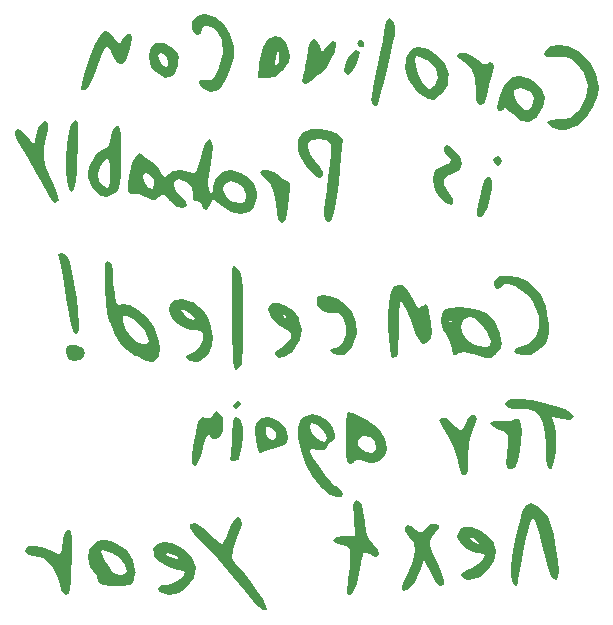
<source format=gbr>
%TF.GenerationSoftware,KiCad,Pcbnew,6.0.9+dfsg-1~bpo11+1*%
%TF.CreationDate,2023-01-21T22:29:26-05:00*%
%TF.ProjectId,cc-19-badge,63632d31-392d-4626-9164-67652e6b6963,rev?*%
%TF.SameCoordinates,Original*%
%TF.FileFunction,Legend,Bot*%
%TF.FilePolarity,Positive*%
%FSLAX46Y46*%
G04 Gerber Fmt 4.6, Leading zero omitted, Abs format (unit mm)*
G04 Created by KiCad (PCBNEW 6.0.9+dfsg-1~bpo11+1) date 2023-01-21 22:29:26*
%MOMM*%
%LPD*%
G01*
G04 APERTURE LIST*
G04 APERTURE END LIST*
%TO.C,G\u002A\u002A\u002A*%
G36*
X110017835Y-94695476D02*
G01*
X110239826Y-95101497D01*
X110296459Y-95401148D01*
X110274040Y-96129611D01*
X110035895Y-96660192D01*
X109626367Y-96865386D01*
X109357125Y-96819273D01*
X109160478Y-96616321D01*
X109159938Y-96582251D01*
X109082791Y-96397037D01*
X108918516Y-96552672D01*
X108729544Y-96953839D01*
X108578301Y-97505218D01*
X108560724Y-97594875D01*
X108378976Y-98299904D01*
X108177074Y-98826584D01*
X107992119Y-99098636D01*
X107773196Y-99162300D01*
X107644705Y-98862317D01*
X107626074Y-98260758D01*
X107736730Y-97419696D01*
X107941427Y-96364360D01*
X108097461Y-95634528D01*
X108228039Y-95214737D01*
X108368312Y-95027779D01*
X108553429Y-94996449D01*
X108818542Y-95043539D01*
X109207005Y-95058856D01*
X109395663Y-94833699D01*
X109454096Y-94606022D01*
X109705293Y-94514256D01*
X110017835Y-94695476D01*
G37*
G36*
X104831929Y-89827081D02*
G01*
X104515570Y-90251976D01*
X104231936Y-90329741D01*
X103714465Y-90222292D01*
X102933601Y-89852088D01*
X102796386Y-89776774D01*
X102089122Y-89300497D01*
X101562647Y-88711760D01*
X101059303Y-87841431D01*
X100909008Y-87538998D01*
X100660907Y-86950968D01*
X101765322Y-86950968D01*
X102063154Y-87587490D01*
X102645678Y-88339923D01*
X102938436Y-88597911D01*
X103427023Y-88832717D01*
X103822903Y-88833383D01*
X103984854Y-88575108D01*
X103925248Y-88264362D01*
X103626405Y-87695367D01*
X103165873Y-87131693D01*
X102645050Y-86672557D01*
X102165336Y-86417177D01*
X101828130Y-86464771D01*
X101788682Y-86514078D01*
X101765322Y-86950968D01*
X100660907Y-86950968D01*
X100616865Y-86846582D01*
X100434102Y-86153092D01*
X100327057Y-85302122D01*
X100262066Y-84137264D01*
X100234509Y-83353205D01*
X100228618Y-82555859D01*
X100272259Y-82088461D01*
X100375614Y-81868517D01*
X100548865Y-81813534D01*
X100608450Y-81817375D01*
X100855140Y-82024521D01*
X100928996Y-82603857D01*
X100932367Y-82795414D01*
X100983984Y-83616886D01*
X101078087Y-84481914D01*
X101113779Y-84729147D01*
X101234159Y-85263805D01*
X101415995Y-85466763D01*
X101730734Y-85443263D01*
X101746118Y-85439603D01*
X102366462Y-85511621D01*
X103092211Y-85909588D01*
X103806015Y-86549497D01*
X104390527Y-87347341D01*
X104410309Y-87382684D01*
X104773847Y-88265814D01*
X104825224Y-88575108D01*
X104916204Y-89122820D01*
X104831929Y-89827081D01*
G37*
G36*
X115392815Y-65542949D02*
G01*
X115251478Y-65703436D01*
X114665130Y-66160796D01*
X113995391Y-66291312D01*
X113227673Y-66291312D01*
X113336341Y-65056590D01*
X113343688Y-64989334D01*
X114629309Y-64989334D01*
X114675512Y-65265257D01*
X114868618Y-65208480D01*
X114976106Y-64951870D01*
X115025200Y-64429429D01*
X115010292Y-63821868D01*
X114783297Y-64389679D01*
X114742304Y-64498713D01*
X114629309Y-64989334D01*
X113343688Y-64989334D01*
X113374564Y-64706702D01*
X113632603Y-63633560D01*
X114064251Y-62982640D01*
X114663954Y-62763534D01*
X115118502Y-62843619D01*
X115593872Y-63267789D01*
X115882695Y-64095457D01*
X115918473Y-64358242D01*
X115905518Y-64429429D01*
X115816279Y-64919813D01*
X115392815Y-65542949D01*
G37*
G36*
X131738255Y-95113177D02*
G01*
X131736710Y-95148393D01*
X131610446Y-95624842D01*
X131343584Y-96230306D01*
X131326024Y-96264522D01*
X131053860Y-97182547D01*
X130998878Y-98452886D01*
X131008764Y-98837409D01*
X130988409Y-99503179D01*
X130888125Y-99833584D01*
X130687994Y-99922794D01*
X130494546Y-99857698D01*
X130327144Y-99507899D01*
X130279986Y-99152013D01*
X130058792Y-98379747D01*
X129715348Y-97474985D01*
X129315252Y-96604727D01*
X128924100Y-95935975D01*
X128880769Y-95874932D01*
X128593834Y-95425767D01*
X128578735Y-95199348D01*
X128819340Y-95060934D01*
X129229382Y-95085291D01*
X129726825Y-95532275D01*
X129970690Y-95827710D01*
X130302485Y-96106072D01*
X130540105Y-95984361D01*
X130797515Y-95454275D01*
X130997217Y-95095718D01*
X131332156Y-94793005D01*
X131617544Y-94784910D01*
X131738255Y-95113177D01*
G37*
G36*
X114056869Y-74070340D02*
G01*
X114569124Y-74230479D01*
X114977084Y-74522794D01*
X115318033Y-74828001D01*
X115710716Y-74993164D01*
X115786760Y-75003108D01*
X115923406Y-75168494D01*
X115950851Y-75609788D01*
X115880158Y-76420155D01*
X115796720Y-77076470D01*
X115684119Y-77779277D01*
X115589433Y-78184044D01*
X115408033Y-78481082D01*
X115131032Y-78534440D01*
X114900521Y-78233605D01*
X114803610Y-77638997D01*
X114767593Y-76978600D01*
X114576448Y-75981551D01*
X114257839Y-75196833D01*
X113853891Y-74752471D01*
X113577097Y-74558372D01*
X113393811Y-74279334D01*
X113395800Y-74250585D01*
X113609401Y-74068375D01*
X114056869Y-74070340D01*
G37*
G36*
X128551019Y-104131096D02*
G01*
X128536006Y-104345662D01*
X128228049Y-104775168D01*
X127974215Y-105120067D01*
X127799848Y-105509305D01*
X127814856Y-105941548D01*
X128029858Y-106540826D01*
X128455474Y-107431167D01*
X128731842Y-108022035D01*
X128989203Y-108770487D01*
X128967847Y-109195696D01*
X128671476Y-109330201D01*
X128542830Y-109242903D01*
X128238749Y-108837441D01*
X127880646Y-108213071D01*
X127306614Y-107095942D01*
X126911976Y-108036682D01*
X126827439Y-108229138D01*
X126473692Y-108911930D01*
X126146353Y-109394720D01*
X125797588Y-109669464D01*
X125481151Y-109723944D01*
X125377677Y-109503737D01*
X125419950Y-109365828D01*
X125606623Y-108883447D01*
X125886539Y-108216098D01*
X126306188Y-107133108D01*
X126496162Y-106290370D01*
X126430601Y-105683317D01*
X126115485Y-105234075D01*
X126010599Y-105132432D01*
X125693031Y-104673747D01*
X125647390Y-104306459D01*
X125898903Y-104156127D01*
X126163138Y-104240190D01*
X126599601Y-104540959D01*
X126868786Y-104753021D01*
X127126190Y-104742998D01*
X127463432Y-104384147D01*
X127826402Y-104052516D01*
X128309010Y-103998677D01*
X128551019Y-104131096D01*
G37*
G36*
X97875737Y-69883534D02*
G01*
X97974138Y-70064039D01*
X98015522Y-70480493D01*
X98008607Y-71210701D01*
X97962109Y-72332463D01*
X97919588Y-73144514D01*
X97853731Y-74165152D01*
X97787609Y-74965798D01*
X97730593Y-75421445D01*
X97580928Y-75862763D01*
X97394926Y-75934323D01*
X97212761Y-75638462D01*
X97064900Y-75026860D01*
X96981809Y-74151203D01*
X96965821Y-73079765D01*
X97029332Y-71826554D01*
X97178364Y-70825165D01*
X97401097Y-70147557D01*
X97685712Y-69865690D01*
X97711601Y-69861178D01*
X97875737Y-69883534D01*
G37*
G36*
X135295211Y-95158161D02*
G01*
X135455089Y-95551619D01*
X135535362Y-96196406D01*
X135529392Y-96998747D01*
X135430545Y-97864865D01*
X135232184Y-98700983D01*
X134951716Y-99268942D01*
X134596774Y-99399199D01*
X134431158Y-99345848D01*
X134303433Y-99189940D01*
X134255815Y-98847669D01*
X134278069Y-98225231D01*
X134359960Y-97228825D01*
X134374053Y-97061035D01*
X134366855Y-96530859D01*
X134168420Y-96259504D01*
X133678533Y-96077674D01*
X133603997Y-96055142D01*
X133030765Y-95771076D01*
X132890086Y-95484366D01*
X133163658Y-95289363D01*
X133833181Y-95280420D01*
X134003991Y-95298979D01*
X134618475Y-95292314D01*
X134982562Y-95173302D01*
X135062362Y-95109810D01*
X135295211Y-95158161D01*
G37*
G36*
X125413483Y-83843977D02*
G01*
X125817081Y-84117473D01*
X126210947Y-84753349D01*
X126345122Y-85020884D01*
X126606624Y-85538465D01*
X126734887Y-85786400D01*
X126821687Y-85790148D01*
X127125523Y-85598591D01*
X127190991Y-85546588D01*
X127429719Y-85442014D01*
X127596644Y-85604456D01*
X127726867Y-86101301D01*
X127855491Y-86999936D01*
X127859449Y-87031983D01*
X127924582Y-87836449D01*
X127861574Y-88318265D01*
X127654110Y-88607683D01*
X127483570Y-88730703D01*
X127197266Y-88789664D01*
X126926484Y-88565428D01*
X126620486Y-88002372D01*
X126228531Y-87044870D01*
X125835345Y-86048004D01*
X125528097Y-85373521D01*
X125330809Y-85151258D01*
X125219277Y-85385675D01*
X125169299Y-86081234D01*
X125156672Y-87242392D01*
X125147209Y-88037365D01*
X125112412Y-88950725D01*
X125058279Y-89604423D01*
X124991380Y-89893125D01*
X124943227Y-89930774D01*
X124579806Y-89972095D01*
X124465262Y-89751236D01*
X124364061Y-89162646D01*
X124292875Y-88323195D01*
X124255847Y-87347600D01*
X124257124Y-86350578D01*
X124300849Y-85446845D01*
X124391169Y-84751117D01*
X124537361Y-84204687D01*
X124769178Y-83889730D01*
X125163141Y-83812608D01*
X125413483Y-83843977D01*
G37*
G36*
X107772878Y-108596430D02*
G01*
X107162529Y-109468048D01*
X106491856Y-109894353D01*
X105682263Y-110031844D01*
X104955810Y-109823265D01*
X104874568Y-109761526D01*
X104761880Y-109457793D01*
X104967000Y-109219999D01*
X105380353Y-109207161D01*
X105405625Y-109213861D01*
X105848434Y-109141887D01*
X106390800Y-108860154D01*
X106850125Y-108486110D01*
X107043811Y-108137205D01*
X106950334Y-108008510D01*
X106561761Y-107919090D01*
X106403658Y-107909313D01*
X105649373Y-107681881D01*
X104923999Y-107245972D01*
X104447425Y-106725696D01*
X104372542Y-106560358D01*
X104372526Y-106559891D01*
X105398571Y-106559891D01*
X105632700Y-106743164D01*
X105834868Y-106848076D01*
X106338255Y-106971146D01*
X106397071Y-106970759D01*
X106572384Y-106926437D01*
X106338255Y-106743164D01*
X106136088Y-106638252D01*
X105632700Y-106515181D01*
X105573885Y-106515568D01*
X105398571Y-106559891D01*
X104372526Y-106559891D01*
X104355198Y-106053878D01*
X104673554Y-105721920D01*
X105238790Y-105590962D01*
X105962087Y-105687479D01*
X106754625Y-106037947D01*
X106908892Y-106137588D01*
X107638139Y-106864594D01*
X107659490Y-106926437D01*
X107928774Y-107706410D01*
X107772878Y-108596430D01*
G37*
G36*
X124670053Y-61454778D02*
G01*
X124827894Y-61903973D01*
X124790107Y-62686910D01*
X124756828Y-62867643D01*
X124602527Y-63602179D01*
X124387280Y-64542687D01*
X124138568Y-65578381D01*
X123883872Y-66598474D01*
X123650674Y-67492183D01*
X123466456Y-68148720D01*
X123358698Y-68457301D01*
X123181142Y-68628348D01*
X122920242Y-68560017D01*
X122801218Y-68158791D01*
X122836875Y-67835121D01*
X122960600Y-67121992D01*
X123151986Y-66161943D01*
X123389181Y-65069778D01*
X123588676Y-64153691D01*
X123789816Y-63148667D01*
X123926643Y-62365714D01*
X123977144Y-61922660D01*
X124064096Y-61426883D01*
X124319285Y-61230815D01*
X124670053Y-61454778D01*
G37*
G36*
X119383203Y-70768604D02*
G01*
X120030861Y-71037007D01*
X120373177Y-71370882D01*
X120387124Y-71534981D01*
X120360253Y-72106097D01*
X120285132Y-72969587D01*
X120173882Y-74020282D01*
X120038626Y-75153017D01*
X119891485Y-76262622D01*
X119744582Y-77243931D01*
X119610037Y-77991775D01*
X119519216Y-78252366D01*
X119230440Y-78507832D01*
X118937183Y-78405722D01*
X118803070Y-77953748D01*
X118828842Y-77561150D01*
X118909297Y-76788149D01*
X119031383Y-75772775D01*
X119181738Y-74632240D01*
X119323444Y-73554598D01*
X119413463Y-72691806D01*
X119428598Y-72143918D01*
X119370429Y-71831534D01*
X119240535Y-71675257D01*
X118947989Y-71548734D01*
X118349062Y-71474202D01*
X117793521Y-71561645D01*
X117485154Y-71796937D01*
X117471188Y-72080249D01*
X117655153Y-72672164D01*
X118005294Y-73308050D01*
X118434785Y-73804368D01*
X118465550Y-73830767D01*
X118753488Y-74239553D01*
X118758746Y-74601790D01*
X118474656Y-74757979D01*
X118238831Y-74679873D01*
X117761244Y-74293865D01*
X117252357Y-73702853D01*
X116820918Y-73039730D01*
X116575678Y-72437390D01*
X116570501Y-72413309D01*
X116570169Y-71560319D01*
X116963644Y-70955846D01*
X117732266Y-70629061D01*
X117830403Y-70613196D01*
X118594839Y-70611918D01*
X119383203Y-70768604D01*
G37*
G36*
X97289863Y-104545793D02*
G01*
X97398428Y-104745231D01*
X97453254Y-105186069D01*
X97462184Y-105944306D01*
X97433065Y-107095942D01*
X97397856Y-107981763D01*
X97346532Y-108905007D01*
X97292465Y-109565446D01*
X97242796Y-109859368D01*
X97168373Y-109950132D01*
X96843123Y-110012993D01*
X96597548Y-109741775D01*
X96569470Y-109641499D01*
X96429154Y-109131841D01*
X96243122Y-108449626D01*
X95803516Y-107561683D01*
X95068453Y-106959800D01*
X94134185Y-106743164D01*
X94091761Y-106742382D01*
X93637039Y-106602644D01*
X93467012Y-106314616D01*
X93666921Y-106011731D01*
X93819002Y-105945418D01*
X94440714Y-105915490D01*
X95208643Y-106085519D01*
X95935547Y-106421669D01*
X96297833Y-106603768D01*
X96524896Y-106533399D01*
X96656729Y-106132844D01*
X96745396Y-105332053D01*
X96877791Y-104730734D01*
X97166033Y-104508905D01*
X97289863Y-104545793D01*
G37*
G36*
X133383195Y-106374411D02*
G01*
X133166928Y-107166409D01*
X132672095Y-107943761D01*
X132029280Y-108496397D01*
X131748443Y-108630176D01*
X131108217Y-108784681D01*
X130631621Y-108702765D01*
X130444737Y-108392681D01*
X130532170Y-108174416D01*
X130915107Y-107957628D01*
X131300111Y-107805315D01*
X131825304Y-107450987D01*
X132261635Y-107038021D01*
X132443811Y-106702168D01*
X132314354Y-106577978D01*
X131887565Y-106507979D01*
X131409290Y-106408553D01*
X130785046Y-106062428D01*
X130292132Y-105587178D01*
X130109531Y-105150608D01*
X131135749Y-105150608D01*
X131185293Y-105323211D01*
X131541724Y-105575656D01*
X131855615Y-105730877D01*
X131946423Y-105723547D01*
X131685059Y-105432321D01*
X131382397Y-105188319D01*
X131135749Y-105150608D01*
X130109531Y-105150608D01*
X130091959Y-105108595D01*
X130139320Y-104854910D01*
X130435635Y-104398866D01*
X130743169Y-104255813D01*
X131374643Y-104297137D01*
X132074302Y-104601718D01*
X132722362Y-105091674D01*
X133199040Y-105689125D01*
X133209223Y-105723547D01*
X133384552Y-106316190D01*
X133383195Y-106374411D01*
G37*
G36*
X109388183Y-88191294D02*
G01*
X109310211Y-89001593D01*
X108984356Y-89708470D01*
X108343403Y-90218535D01*
X108068675Y-90327906D01*
X107461458Y-90251984D01*
X107106583Y-90007481D01*
X107151934Y-89803713D01*
X107635991Y-89573042D01*
X107943913Y-89399288D01*
X108327679Y-88967090D01*
X108546939Y-88453816D01*
X108579609Y-87978893D01*
X108403603Y-87661748D01*
X107996835Y-87621807D01*
X107971617Y-87627510D01*
X107459876Y-87585470D01*
X106843070Y-87358198D01*
X106474211Y-87134567D01*
X105908787Y-86562039D01*
X105690311Y-85971220D01*
X105697594Y-85931575D01*
X106687543Y-85931575D01*
X106926218Y-86282053D01*
X107296428Y-86587688D01*
X107727021Y-86744599D01*
X107840004Y-86732600D01*
X107881374Y-86599838D01*
X107546923Y-86274228D01*
X107117151Y-85964361D01*
X106776244Y-85825362D01*
X106687543Y-85931575D01*
X105697594Y-85931575D01*
X105785588Y-85452599D01*
X106161423Y-85096668D01*
X106784621Y-84993918D01*
X107621987Y-85234839D01*
X107707786Y-85277241D01*
X108610522Y-85990647D01*
X108962204Y-86599838D01*
X109189125Y-86992916D01*
X109388183Y-88191294D01*
G37*
G36*
X106440927Y-65226090D02*
G01*
X106215920Y-65837476D01*
X105902883Y-66133776D01*
X105700902Y-66186062D01*
X105370435Y-66264030D01*
X105357488Y-66264691D01*
X105066478Y-66128117D01*
X104606083Y-65803872D01*
X104160466Y-65308876D01*
X103986404Y-64557390D01*
X103990710Y-64399281D01*
X103997502Y-64373293D01*
X104757534Y-64373293D01*
X104916364Y-64860058D01*
X105130566Y-65166656D01*
X105405789Y-65350571D01*
X105564506Y-65263961D01*
X105630929Y-64924567D01*
X105524053Y-64519014D01*
X105269779Y-64255802D01*
X104939739Y-64187110D01*
X104757534Y-64373293D01*
X103997502Y-64373293D01*
X104185556Y-63653767D01*
X104625457Y-63283953D01*
X105248556Y-63314153D01*
X105992998Y-63768680D01*
X106334511Y-64105277D01*
X106512601Y-64534653D01*
X106475663Y-64924567D01*
X106452684Y-65167129D01*
X106440927Y-65226090D01*
G37*
G36*
X96848490Y-81140643D02*
G01*
X97074357Y-81350633D01*
X97270700Y-81837530D01*
X97487064Y-82695479D01*
X97677142Y-83669711D01*
X97872160Y-84930830D01*
X98008725Y-86105664D01*
X98075937Y-86993295D01*
X98077555Y-87571383D01*
X97998261Y-87853761D01*
X97829405Y-87928349D01*
X97766699Y-87912361D01*
X97596656Y-87684846D01*
X97420521Y-87146840D01*
X97223649Y-86245939D01*
X96991394Y-84929738D01*
X96969383Y-84797143D01*
X96770002Y-83641791D01*
X96584635Y-82641661D01*
X96433121Y-81899875D01*
X96335300Y-81519553D01*
X96310181Y-81202887D01*
X96651650Y-81107979D01*
X96848490Y-81140643D01*
G37*
G36*
X121673165Y-63955661D02*
G01*
X121832362Y-64106453D01*
X121775940Y-64491993D01*
X121504544Y-65204257D01*
X121196820Y-65795450D01*
X120868689Y-66047607D01*
X120573357Y-65831294D01*
X120533448Y-65680284D01*
X120621225Y-65189968D01*
X120869645Y-64615817D01*
X121190529Y-64138693D01*
X121495699Y-63939460D01*
X121673165Y-63955661D01*
G37*
G36*
X132842848Y-74665526D02*
G01*
X133071871Y-74982323D01*
X133059672Y-75674165D01*
X132807042Y-76755902D01*
X132665189Y-77193945D01*
X132366223Y-77826571D01*
X132084463Y-78050571D01*
X131924351Y-78034453D01*
X131799114Y-77915877D01*
X131781513Y-77605008D01*
X131870724Y-77013122D01*
X132065926Y-76051497D01*
X132187672Y-75542643D01*
X132437518Y-74870752D01*
X132694365Y-74640386D01*
X132842848Y-74665526D01*
G37*
G36*
X108701114Y-60882181D02*
G01*
X109556938Y-61108814D01*
X110300913Y-61697309D01*
X110863186Y-62543330D01*
X111173904Y-63542542D01*
X111163215Y-64590610D01*
X111131206Y-64744535D01*
X110880094Y-65561599D01*
X110528746Y-66358181D01*
X110149207Y-66989152D01*
X109813525Y-67309383D01*
X109670443Y-67363523D01*
X109197007Y-67429361D01*
X108674646Y-67223778D01*
X108399238Y-67029337D01*
X108205745Y-66683465D01*
X108350033Y-66439373D01*
X108809452Y-66430360D01*
X109007712Y-66470143D01*
X109316035Y-66420111D01*
X109576378Y-66115012D01*
X109893252Y-65461407D01*
X109958652Y-65306658D01*
X110252577Y-64140961D01*
X110172152Y-63097703D01*
X109722042Y-62263994D01*
X109499541Y-62066111D01*
X109022718Y-61852117D01*
X108622751Y-61879798D01*
X108454922Y-62161691D01*
X108353845Y-62536835D01*
X108070805Y-62620662D01*
X107752892Y-62299751D01*
X107673699Y-62118744D01*
X107664403Y-61511040D01*
X108025904Y-61059137D01*
X108680337Y-60882053D01*
X108701114Y-60882181D01*
G37*
G36*
X118243011Y-63144958D02*
G01*
X118471175Y-63586155D01*
X118618612Y-64173590D01*
X119093883Y-63569381D01*
X119497197Y-63185585D01*
X119793858Y-63189877D01*
X119849935Y-63475946D01*
X119709236Y-64035855D01*
X119417830Y-64712186D01*
X119045857Y-65366580D01*
X118663460Y-65860680D01*
X118340783Y-66056127D01*
X118098906Y-66107657D01*
X117777280Y-66408905D01*
X117668137Y-66574681D01*
X117256252Y-66761682D01*
X117181726Y-66758174D01*
X116975589Y-66605742D01*
X117025052Y-66146282D01*
X117159063Y-65547909D01*
X117301227Y-64793967D01*
X117326872Y-64639779D01*
X117484453Y-63782105D01*
X117622347Y-63284798D01*
X117775766Y-63054716D01*
X117979922Y-62998720D01*
X118243011Y-63144958D01*
G37*
G36*
X135486675Y-93443067D02*
G01*
X136400945Y-93566994D01*
X137394156Y-93774463D01*
X138356973Y-94038803D01*
X139180064Y-94333341D01*
X139754097Y-94631407D01*
X139969737Y-94906330D01*
X139922354Y-95097924D01*
X139654435Y-95193048D01*
X139048027Y-95131820D01*
X138126316Y-94984432D01*
X138360878Y-95833945D01*
X138433466Y-96262242D01*
X138465144Y-97083525D01*
X138421522Y-97984902D01*
X138313609Y-98783521D01*
X138152414Y-99296527D01*
X138104862Y-99363846D01*
X137900266Y-99396109D01*
X137724701Y-99070841D01*
X137610717Y-98479743D01*
X137590865Y-97714519D01*
X137595361Y-97277684D01*
X137523834Y-96306988D01*
X137368501Y-95499627D01*
X137135687Y-94946067D01*
X136718782Y-94539665D01*
X136046147Y-94334816D01*
X135015330Y-94278349D01*
X134814481Y-94268013D01*
X134321964Y-94113666D01*
X134142813Y-93841020D01*
X134353958Y-93536377D01*
X134760679Y-93429353D01*
X135486675Y-93443067D01*
G37*
G36*
X111287204Y-82223933D02*
G01*
X111602704Y-82551601D01*
X111616308Y-82571460D01*
X111768165Y-82889259D01*
X111872956Y-83363748D01*
X111938137Y-84073270D01*
X111971162Y-85096164D01*
X111979488Y-86510772D01*
X111977842Y-86963699D01*
X111960985Y-88190543D01*
X111929006Y-89248670D01*
X111885601Y-90037534D01*
X111834466Y-90456590D01*
X111677311Y-90787263D01*
X111382153Y-90985757D01*
X111312510Y-90955043D01*
X111211705Y-90730678D01*
X111134518Y-90244482D01*
X111076283Y-89444327D01*
X111032335Y-88278085D01*
X110998009Y-86693627D01*
X110982802Y-85394832D01*
X110983150Y-84165907D01*
X110999265Y-83172524D01*
X111029834Y-82492909D01*
X111073538Y-82205289D01*
X111287204Y-82223933D01*
G37*
G36*
X121976855Y-63023001D02*
G01*
X122215228Y-63260708D01*
X122167664Y-63553879D01*
X122094437Y-63617732D01*
X121769727Y-63675851D01*
X121625292Y-63351497D01*
X121650192Y-63189418D01*
X121846598Y-62998720D01*
X121976855Y-63023001D01*
G37*
G36*
X136879339Y-69565136D02*
G01*
X136781628Y-69663816D01*
X136157034Y-70011938D01*
X135492900Y-69899256D01*
X134772429Y-69323847D01*
X134575307Y-69123959D01*
X134227721Y-68844640D01*
X134090107Y-68853477D01*
X134040634Y-68981662D01*
X133711834Y-69113534D01*
X133563281Y-69071840D01*
X133451802Y-68716091D01*
X133613843Y-68016535D01*
X133735412Y-67729476D01*
X134859907Y-67729476D01*
X135189338Y-68352718D01*
X135289347Y-68483239D01*
X135762701Y-68958109D01*
X136128364Y-69009059D01*
X136439065Y-68648571D01*
X136446683Y-68634190D01*
X136608233Y-67956917D01*
X136348762Y-67445514D01*
X135706882Y-67177553D01*
X135375611Y-67155924D01*
X134927901Y-67317142D01*
X134859907Y-67729476D01*
X133735412Y-67729476D01*
X134045669Y-66996868D01*
X134223021Y-66678392D01*
X134720691Y-66204780D01*
X135387770Y-66113775D01*
X136301811Y-66384323D01*
X136541118Y-66500819D01*
X137202002Y-67099814D01*
X137491572Y-67881278D01*
X137482652Y-67956917D01*
X137390471Y-68738591D01*
X136879339Y-69565136D01*
G37*
G36*
X119391033Y-97100571D02*
G01*
X119215153Y-97151434D01*
X119038255Y-97480042D01*
X119032237Y-97564496D01*
X118848938Y-97767527D01*
X118332700Y-97755960D01*
X118314998Y-97753404D01*
X117829252Y-97722952D01*
X117629351Y-97788063D01*
X117660035Y-97939257D01*
X117913463Y-98475720D01*
X118344863Y-99167772D01*
X118859415Y-99880174D01*
X119362299Y-100477687D01*
X119758695Y-100825072D01*
X119806981Y-100853263D01*
X120260633Y-101203688D01*
X120447880Y-101510294D01*
X120319170Y-101758599D01*
X119919646Y-101778072D01*
X119347400Y-101544543D01*
X118703161Y-101082697D01*
X118469861Y-100859622D01*
X117784448Y-99974482D01*
X117223920Y-98917379D01*
X116821322Y-97796754D01*
X116609704Y-96721047D01*
X116621447Y-95848074D01*
X117628422Y-95848074D01*
X117764289Y-96303461D01*
X118057237Y-96711343D01*
X118514879Y-97024703D01*
X118892242Y-97059979D01*
X119038255Y-96756955D01*
X118945826Y-96488749D01*
X118608282Y-96031647D01*
X118177251Y-95628020D01*
X117817983Y-95454275D01*
X117682702Y-95518918D01*
X117628422Y-95848074D01*
X116621447Y-95848074D01*
X116622111Y-95798700D01*
X116891590Y-95138154D01*
X117106220Y-94948079D01*
X117752675Y-94758060D01*
X118492964Y-94888450D01*
X119166538Y-95325992D01*
X119222575Y-95384591D01*
X119577697Y-95928030D01*
X119735803Y-96487307D01*
X119700999Y-96756955D01*
X119679410Y-96924222D01*
X119391033Y-97100571D01*
G37*
G36*
X116803114Y-88500338D02*
G01*
X116216743Y-89374933D01*
X116034086Y-89544594D01*
X115424207Y-89924124D01*
X114926837Y-89958967D01*
X114628906Y-89634889D01*
X114732035Y-89368346D01*
X115144897Y-89109143D01*
X115593650Y-88827178D01*
X115957451Y-88343344D01*
X115987522Y-88258469D01*
X116008018Y-87856582D01*
X115657277Y-87620241D01*
X115524513Y-87564675D01*
X114819657Y-87101070D01*
X114301162Y-86493971D01*
X114235660Y-86297365D01*
X115332955Y-86297365D01*
X115392885Y-86517238D01*
X115441204Y-86586858D01*
X115655830Y-86752423D01*
X115688000Y-86737111D01*
X115628070Y-86517238D01*
X115579752Y-86447619D01*
X115365125Y-86282053D01*
X115332955Y-86297365D01*
X114235660Y-86297365D01*
X114099366Y-85888279D01*
X114133831Y-85668451D01*
X114435601Y-85361874D01*
X114958978Y-85324523D01*
X115594854Y-85549217D01*
X116234124Y-86028776D01*
X116676396Y-86610084D01*
X116714394Y-86737111D01*
X116956499Y-87546464D01*
X116803114Y-88500338D01*
G37*
G36*
X111505501Y-103450744D02*
G01*
X111822223Y-103628213D01*
X111828512Y-104144271D01*
X111524534Y-105006460D01*
X111380222Y-105354589D01*
X111108584Y-106253822D01*
X111056447Y-106934858D01*
X111235426Y-107305343D01*
X111275026Y-107333051D01*
X111614438Y-107676746D01*
X112088486Y-108258801D01*
X112625930Y-108978134D01*
X113155531Y-109733665D01*
X113606053Y-110424311D01*
X113906255Y-110948991D01*
X113984900Y-111206624D01*
X113855258Y-111329948D01*
X113635133Y-111304217D01*
X113301355Y-111057908D01*
X112812045Y-110551894D01*
X112125322Y-109747051D01*
X111199307Y-108604253D01*
X111132953Y-108521504D01*
X110296316Y-107509709D01*
X109470671Y-106561800D01*
X108747988Y-105780730D01*
X108220236Y-105269449D01*
X107814253Y-104886082D01*
X107449719Y-104376639D01*
X107458814Y-104041553D01*
X107852480Y-103920942D01*
X108079038Y-104012640D01*
X108566923Y-104361219D01*
X109152144Y-104880855D01*
X109599199Y-105297701D01*
X110026698Y-105653396D01*
X110224057Y-105757980D01*
X110287200Y-105650891D01*
X110497750Y-105210122D01*
X110783637Y-104562882D01*
X110974601Y-104154919D01*
X111274922Y-103648437D01*
X111490092Y-103450571D01*
X111505501Y-103450744D01*
G37*
G36*
X100619014Y-62417821D02*
G01*
X101036845Y-62852932D01*
X101150690Y-62993363D01*
X101459457Y-63331369D01*
X101619200Y-63333979D01*
X101742432Y-63029321D01*
X101832701Y-62841352D01*
X102131857Y-62575714D01*
X102436085Y-62537080D01*
X102575292Y-62776982D01*
X102564900Y-62887325D01*
X102471357Y-63387382D01*
X102312187Y-64070501D01*
X102030298Y-64797102D01*
X101672191Y-65113599D01*
X101289160Y-64986503D01*
X100926906Y-64404785D01*
X100914816Y-64375853D01*
X100661417Y-63860279D01*
X100457850Y-63586203D01*
X100298194Y-63732312D01*
X100046998Y-64219978D01*
X99758837Y-64943564D01*
X99480982Y-65673024D01*
X99147949Y-66449620D01*
X98883946Y-66963213D01*
X98560789Y-67325943D01*
X98284664Y-67268832D01*
X98248702Y-67187391D01*
X98281049Y-66730279D01*
X98460539Y-66008490D01*
X98744817Y-65136152D01*
X99091528Y-64227394D01*
X99458316Y-63396342D01*
X99802828Y-62757126D01*
X100082708Y-62423874D01*
X100292006Y-62332712D01*
X100619014Y-62417821D01*
G37*
G36*
X121550340Y-102039830D02*
G01*
X121812573Y-102111069D01*
X121989682Y-102370759D01*
X122119229Y-102912604D01*
X122238776Y-103830309D01*
X122376991Y-104686806D01*
X122608907Y-105280808D01*
X122989720Y-105706021D01*
X123370302Y-106122883D01*
X123433010Y-106596163D01*
X123328332Y-106811436D01*
X123126638Y-106859323D01*
X122710588Y-106621611D01*
X122470100Y-106469564D01*
X122225240Y-106403312D01*
X122093075Y-106639851D01*
X121981082Y-107260173D01*
X121958329Y-107398039D01*
X121775890Y-108315335D01*
X121568351Y-109153812D01*
X121521682Y-109301217D01*
X121257421Y-109827974D01*
X120973399Y-110035757D01*
X120963382Y-110035663D01*
X120773127Y-109943189D01*
X120730660Y-109605870D01*
X120821712Y-108918627D01*
X120862816Y-108657607D01*
X120974051Y-107706303D01*
X121024804Y-106864977D01*
X121025785Y-106768836D01*
X120986712Y-106203094D01*
X120794417Y-105933541D01*
X120351176Y-105806644D01*
X119741444Y-105615952D01*
X119554738Y-105379949D01*
X119799000Y-105180732D01*
X120461967Y-105096868D01*
X121454506Y-105096868D01*
X121331796Y-103568164D01*
X121312059Y-103304823D01*
X121287666Y-102547903D01*
X121353944Y-102153086D01*
X121520902Y-102039460D01*
X121550340Y-102039830D01*
G37*
G36*
X130811456Y-64204046D02*
G01*
X131364484Y-64397167D01*
X131848365Y-64733745D01*
X132308183Y-65085626D01*
X132640331Y-65059978D01*
X132881678Y-64891060D01*
X133122660Y-64969316D01*
X133191889Y-65367401D01*
X133053504Y-66003432D01*
X133042471Y-66035292D01*
X132783360Y-66906329D01*
X132582311Y-67775882D01*
X132512369Y-68096525D01*
X132315836Y-68518958D01*
X132018829Y-68591638D01*
X131814363Y-68494836D01*
X131687794Y-68164440D01*
X131698023Y-67494576D01*
X131701340Y-67448317D01*
X131632717Y-66310845D01*
X131277575Y-65443285D01*
X130664026Y-64915751D01*
X130282403Y-64680224D01*
X130091959Y-64414873D01*
X130099086Y-64357310D01*
X130339562Y-64181666D01*
X130811456Y-64204046D01*
G37*
G36*
X115745283Y-96791373D02*
G01*
X115684733Y-97097207D01*
X115454011Y-97328471D01*
X114957446Y-97546885D01*
X114099366Y-97814171D01*
X113679243Y-97932542D01*
X113357084Y-98013486D01*
X113288580Y-97939792D01*
X113159596Y-97523700D01*
X113040077Y-96858432D01*
X112985088Y-96242274D01*
X113005251Y-96092760D01*
X113867783Y-96092760D01*
X113905541Y-96426074D01*
X114137836Y-96856841D01*
X114510941Y-96928115D01*
X114778962Y-96671625D01*
X114717466Y-96281197D01*
X114334552Y-95924645D01*
X114224808Y-95868388D01*
X113934724Y-95810172D01*
X113867783Y-96092760D01*
X113005251Y-96092760D01*
X113084118Y-95507951D01*
X113449389Y-95106109D01*
X114111094Y-94983905D01*
X114429371Y-95034506D01*
X115067626Y-95413037D01*
X115552899Y-96035873D01*
X115724009Y-96671625D01*
X115745663Y-96752080D01*
X115745283Y-96791373D01*
G37*
G36*
X123959218Y-98317607D02*
G01*
X123427295Y-98747391D01*
X123070348Y-98857317D01*
X122683626Y-98882028D01*
X122434974Y-98805988D01*
X121919274Y-98645700D01*
X121576559Y-98588880D01*
X121390107Y-98731019D01*
X121350174Y-98846682D01*
X121037329Y-98982053D01*
X120997309Y-98979468D01*
X120749890Y-98745008D01*
X120647247Y-98100108D01*
X120640560Y-97894203D01*
X120638327Y-97104262D01*
X120642104Y-96960391D01*
X121668810Y-96960391D01*
X121681567Y-97402317D01*
X122080201Y-97797852D01*
X122386228Y-97941834D01*
X122895914Y-98009066D01*
X123179487Y-97706912D01*
X123208741Y-97616067D01*
X123158489Y-97058232D01*
X122786601Y-96659099D01*
X122221583Y-96571047D01*
X122023779Y-96629577D01*
X121668810Y-96960391D01*
X120642104Y-96960391D01*
X120661080Y-96237652D01*
X120702372Y-95431134D01*
X120755759Y-94821466D01*
X120814794Y-94545408D01*
X120865036Y-94527980D01*
X121225322Y-94626156D01*
X121795983Y-94893911D01*
X122444067Y-95258333D01*
X123036623Y-95646507D01*
X123440701Y-95985522D01*
X123530830Y-96088163D01*
X124011486Y-96884822D01*
X124145623Y-97616067D01*
X124154115Y-97662360D01*
X123959218Y-98317607D01*
G37*
G36*
X129192371Y-71939310D02*
G01*
X129540714Y-72132159D01*
X130000757Y-72528730D01*
X130307488Y-72897362D01*
X130528092Y-73525458D01*
X130315764Y-74043872D01*
X129680385Y-74395040D01*
X129424534Y-74485544D01*
X128992264Y-74829672D01*
X128986512Y-75329476D01*
X129401687Y-76017510D01*
X129438153Y-76065092D01*
X129709721Y-76544929D01*
X129740192Y-76873010D01*
X129569610Y-76990939D01*
X129176992Y-76886070D01*
X128722614Y-76501449D01*
X128316390Y-75911317D01*
X128148751Y-75539559D01*
X127996798Y-74708702D01*
X128236278Y-74085277D01*
X128857237Y-73709806D01*
X128979752Y-73672703D01*
X129490675Y-73454576D01*
X129575373Y-73212772D01*
X129268811Y-72876497D01*
X129236765Y-72848715D01*
X128971350Y-72460957D01*
X128939612Y-72096917D01*
X129161909Y-71935757D01*
X129192371Y-71939310D01*
G37*
G36*
X101575185Y-75168324D02*
G01*
X101485426Y-75570625D01*
X101334120Y-75820704D01*
X101105385Y-76010475D01*
X101081200Y-76027254D01*
X100468556Y-76342119D01*
X99960107Y-76281294D01*
X99389602Y-75827002D01*
X99155253Y-75548241D01*
X98825684Y-74706237D01*
X98853722Y-74417206D01*
X99660454Y-74417206D01*
X99735857Y-74961001D01*
X99931037Y-75234243D01*
X100334500Y-75546076D01*
X100416069Y-75569903D01*
X100588595Y-75493703D01*
X100672063Y-75126092D01*
X100693811Y-74378221D01*
X100673398Y-73726612D01*
X100580242Y-73261770D01*
X100399829Y-73168247D01*
X100185414Y-73295479D01*
X99837560Y-73788445D01*
X99660454Y-74417206D01*
X98853722Y-74417206D01*
X98914688Y-73788741D01*
X99421199Y-72894542D01*
X99545765Y-72753728D01*
X100004528Y-72338140D01*
X100347743Y-72170942D01*
X100368799Y-72169655D01*
X100607211Y-71919149D01*
X100738410Y-71290953D01*
X100744935Y-71219274D01*
X100901483Y-70583559D01*
X101222978Y-70332968D01*
X101280519Y-70324606D01*
X101439880Y-70364922D01*
X101542998Y-70571403D01*
X101601838Y-71020081D01*
X101628368Y-71786988D01*
X101634552Y-72948159D01*
X101633594Y-73539394D01*
X101621373Y-74378221D01*
X101619280Y-74521886D01*
X101575185Y-75168324D01*
G37*
G36*
X136880461Y-102493210D02*
G01*
X137508424Y-103129359D01*
X137738477Y-103464917D01*
X138040086Y-104101986D01*
X138272825Y-104945776D01*
X138479332Y-106127970D01*
X138621704Y-107168467D01*
X138694801Y-108029931D01*
X138658241Y-108537480D01*
X138506597Y-108748573D01*
X138234442Y-108720667D01*
X138231854Y-108719638D01*
X138003940Y-108418450D01*
X137750035Y-107743014D01*
X137504455Y-106784354D01*
X137288436Y-105810603D01*
X137007544Y-104681934D01*
X136776860Y-103962287D01*
X136584748Y-103617664D01*
X136419576Y-103614066D01*
X136409228Y-103626352D01*
X136268273Y-103976476D01*
X136075788Y-104657608D01*
X135858327Y-105549527D01*
X135642438Y-106532011D01*
X135454673Y-107484838D01*
X135321583Y-108287786D01*
X135269718Y-108820633D01*
X135254673Y-109037287D01*
X135124399Y-109301341D01*
X134921999Y-109218042D01*
X134722780Y-108850440D01*
X134602043Y-108261589D01*
X134618094Y-107700265D01*
X134727380Y-106827975D01*
X134906109Y-105795392D01*
X135128092Y-104727841D01*
X135367140Y-103750646D01*
X135597064Y-102989133D01*
X135791676Y-102568627D01*
X135834126Y-102519306D01*
X136311153Y-102286198D01*
X136880461Y-102493210D01*
G37*
G36*
X133757589Y-89148094D02*
G01*
X133332222Y-89678902D01*
X133261899Y-89728204D01*
X132913799Y-89948929D01*
X132611584Y-90015230D01*
X132191592Y-89927888D01*
X131490158Y-89687682D01*
X131376390Y-89648539D01*
X130632573Y-89473978D01*
X130237626Y-89570090D01*
X129969927Y-89772555D01*
X129710247Y-89703624D01*
X129621589Y-89200167D01*
X129490452Y-88612190D01*
X129151218Y-87992524D01*
X128911335Y-87608820D01*
X128808170Y-87255689D01*
X130397695Y-87255689D01*
X130479339Y-87823250D01*
X130820911Y-88370392D01*
X131412622Y-88777996D01*
X131884057Y-88959670D01*
X132498718Y-89090862D01*
X132820908Y-88940993D01*
X132914181Y-88498221D01*
X132894278Y-88336614D01*
X132639189Y-87764494D01*
X132190793Y-87170920D01*
X131677365Y-86706250D01*
X131227180Y-86520839D01*
X131053331Y-86535801D01*
X130585763Y-86786833D01*
X130552397Y-86870016D01*
X130397695Y-87255689D01*
X128808170Y-87255689D01*
X128703349Y-86896893D01*
X128705828Y-86870016D01*
X129386404Y-86870016D01*
X129503996Y-86987608D01*
X129621589Y-86870016D01*
X129503996Y-86752423D01*
X129386404Y-86870016D01*
X128705828Y-86870016D01*
X128762303Y-86257750D01*
X129092422Y-85845662D01*
X129438072Y-85743248D01*
X130203206Y-85699984D01*
X131102389Y-85770568D01*
X131948190Y-85936854D01*
X132553177Y-86180697D01*
X132707122Y-86296667D01*
X133270644Y-86976514D01*
X133690316Y-87854767D01*
X133813454Y-88498221D01*
X133854922Y-88714908D01*
X133757589Y-89148094D01*
G37*
G36*
X133716830Y-72953352D02*
G01*
X133857392Y-73280156D01*
X133704526Y-73654054D01*
X133557421Y-73731195D01*
X133279565Y-73600348D01*
X133149366Y-73215395D01*
X133190181Y-73057641D01*
X133502144Y-72876497D01*
X133716830Y-72953352D01*
G37*
G36*
X111657401Y-95131985D02*
G01*
X111886879Y-95574880D01*
X111926018Y-95878190D01*
X111921720Y-96584120D01*
X111852246Y-97396255D01*
X111736439Y-98122430D01*
X111593142Y-98570479D01*
X111506872Y-98648635D01*
X111118242Y-98746868D01*
X110872918Y-98636460D01*
X110893725Y-98217701D01*
X110948805Y-97907348D01*
X111012578Y-97182902D01*
X111038748Y-96336220D01*
X111038884Y-96296169D01*
X111073448Y-95509637D01*
X111183100Y-95100964D01*
X111390256Y-94983905D01*
X111657401Y-95131985D01*
G37*
G36*
X135198297Y-83141274D02*
G01*
X135957622Y-83507603D01*
X136477787Y-83894184D01*
X137209635Y-84679369D01*
X137627348Y-85621410D01*
X137810130Y-86863799D01*
X137818153Y-86991785D01*
X137846747Y-87785570D01*
X137780096Y-88294580D01*
X137572266Y-88681908D01*
X137177324Y-89110648D01*
X136873521Y-89392103D01*
X136312677Y-89721567D01*
X135698688Y-89766157D01*
X135182035Y-89663276D01*
X134892240Y-89440640D01*
X135051888Y-89179573D01*
X135663772Y-88945698D01*
X136114809Y-88787947D01*
X136755030Y-88249385D01*
X137045038Y-87452414D01*
X136973222Y-86446283D01*
X136527971Y-85280242D01*
X136527755Y-85279825D01*
X136142610Y-84764775D01*
X135595236Y-84296023D01*
X134989208Y-83925879D01*
X134428098Y-83706654D01*
X134015478Y-83690658D01*
X133854922Y-83930201D01*
X133809122Y-84043317D01*
X133485787Y-84165386D01*
X133252428Y-84072288D01*
X133191805Y-83636220D01*
X133295971Y-83378251D01*
X133742991Y-83082387D01*
X134418593Y-83001465D01*
X135198297Y-83141274D01*
G37*
G36*
X112769397Y-77385293D02*
G01*
X112474448Y-77624338D01*
X111746310Y-77816648D01*
X110926495Y-77654949D01*
X110145145Y-77150864D01*
X109433772Y-76486342D01*
X109178532Y-77046533D01*
X109169049Y-77066883D01*
X108868748Y-77419576D01*
X108582488Y-77395976D01*
X108454922Y-77004490D01*
X108389959Y-76841514D01*
X108043348Y-76724388D01*
X107978838Y-76727053D01*
X107723456Y-76591912D01*
X107697872Y-76120500D01*
X107628311Y-75567164D01*
X107179048Y-75100691D01*
X107115208Y-75060468D01*
X106560249Y-74870596D01*
X106206179Y-75008774D01*
X106121166Y-75275386D01*
X106090757Y-75370751D01*
X106251742Y-75852276D01*
X106726893Y-76349096D01*
X106748232Y-76364838D01*
X107131094Y-76759123D01*
X107183383Y-77074267D01*
X106876608Y-77320822D01*
X106394045Y-77204241D01*
X105802473Y-76658583D01*
X105725052Y-76567088D01*
X105362565Y-76192667D01*
X105114429Y-76140022D01*
X104832759Y-76364269D01*
X104537222Y-76605396D01*
X104235950Y-76606136D01*
X103739437Y-76353953D01*
X103688487Y-76325506D01*
X103124432Y-76100013D01*
X102712960Y-76076337D01*
X102455481Y-76116537D01*
X102239266Y-75885058D01*
X102210286Y-75279830D01*
X102312474Y-74601272D01*
X103520416Y-74601272D01*
X103584806Y-75037232D01*
X103798255Y-75416497D01*
X104033344Y-75611220D01*
X104344367Y-75650396D01*
X104456774Y-75275386D01*
X104385545Y-74936069D01*
X104088020Y-74484794D01*
X103704181Y-74287608D01*
X103622250Y-74314602D01*
X103520416Y-74601272D01*
X102312474Y-74601272D01*
X102362447Y-74269433D01*
X102569901Y-73476380D01*
X102863479Y-72860378D01*
X103179375Y-72615050D01*
X103480973Y-72788863D01*
X103771815Y-73057589D01*
X104262548Y-73404831D01*
X104741317Y-73819372D01*
X105048199Y-74298518D01*
X105141158Y-74554571D01*
X105308904Y-74653696D01*
X105644722Y-74394321D01*
X106048687Y-74161700D01*
X106739671Y-74109377D01*
X107733903Y-74311299D01*
X107955811Y-74229779D01*
X108180797Y-73790236D01*
X108421558Y-72935294D01*
X108600784Y-72290859D01*
X108853636Y-71685230D01*
X109083780Y-71465386D01*
X109256715Y-71557051D01*
X109381560Y-72031564D01*
X109336745Y-72870285D01*
X109121603Y-74027904D01*
X109037555Y-74430597D01*
X108970384Y-75200228D01*
X109105686Y-75750939D01*
X109274275Y-76081219D01*
X109356507Y-76081850D01*
X109375023Y-75729715D01*
X110288311Y-75729715D01*
X110490117Y-76257323D01*
X110900778Y-76694655D01*
X111150246Y-76795714D01*
X111688718Y-76871044D01*
X112101738Y-76755548D01*
X112217885Y-76323133D01*
X112202409Y-76129686D01*
X111942058Y-75540753D01*
X111463894Y-75147935D01*
X110902997Y-75029666D01*
X110394448Y-75264379D01*
X110362481Y-75301435D01*
X110288311Y-75729715D01*
X109375023Y-75729715D01*
X109379745Y-75639923D01*
X109395494Y-75469175D01*
X109675238Y-74784755D01*
X110196079Y-74261172D01*
X110818453Y-74052423D01*
X111008913Y-74066690D01*
X111749087Y-74298680D01*
X112457605Y-74721834D01*
X112916469Y-75215322D01*
X113127403Y-75891582D01*
X113109026Y-76323133D01*
X113092114Y-76720300D01*
X112769397Y-77385293D01*
G37*
G36*
X95416319Y-70124000D02*
G01*
X95436014Y-70197992D01*
X95432249Y-70715500D01*
X95302821Y-71385210D01*
X95132587Y-72120955D01*
X95084051Y-73027835D01*
X95286370Y-73928949D01*
X95763026Y-75009217D01*
X96100798Y-75745983D01*
X96309045Y-76339164D01*
X96337109Y-76648807D01*
X96282762Y-76727452D01*
X96056883Y-76853177D01*
X95777882Y-76662486D01*
X95406429Y-76114803D01*
X94903192Y-75169553D01*
X94899036Y-75161295D01*
X94356970Y-74130933D01*
X93760272Y-73067259D01*
X93237370Y-72199270D01*
X93195663Y-72133696D01*
X92769242Y-71396439D01*
X92613466Y-70935337D01*
X92700289Y-70670566D01*
X92840352Y-70590135D01*
X93157906Y-70704793D01*
X93628581Y-71186559D01*
X94285777Y-71966066D01*
X94438610Y-71151395D01*
X94629286Y-70522187D01*
X94908688Y-70071202D01*
X95195856Y-69912387D01*
X95416319Y-70124000D01*
G37*
G36*
X97774888Y-88897740D02*
G01*
X98369162Y-89132619D01*
X98577144Y-89582563D01*
X98514881Y-89824830D01*
X98165570Y-90120537D01*
X97627612Y-90205054D01*
X97169103Y-90035802D01*
X96974023Y-89513838D01*
X96959240Y-89348336D01*
X97032465Y-88967935D01*
X97366362Y-88869090D01*
X97774888Y-88897740D01*
G37*
G36*
X119280376Y-84708481D02*
G01*
X119971750Y-85000629D01*
X120636277Y-85483856D01*
X121164443Y-86117082D01*
X121514203Y-86915809D01*
X121566074Y-87987108D01*
X121148335Y-89060549D01*
X120937388Y-89375768D01*
X120541344Y-89720286D01*
X120050221Y-89766105D01*
X119638433Y-89652534D01*
X119353109Y-89423875D01*
X119359768Y-89203158D01*
X119715937Y-89104275D01*
X119997608Y-89041824D01*
X120410548Y-88647061D01*
X120647881Y-88003639D01*
X120671859Y-87245999D01*
X120444734Y-86508583D01*
X120116371Y-86188504D01*
X119557385Y-86189986D01*
X119107588Y-86181675D01*
X118560453Y-85922859D01*
X118205269Y-85488497D01*
X118179202Y-84997294D01*
X118255139Y-84861738D01*
X118671668Y-84648491D01*
X119280376Y-84708481D01*
G37*
G36*
X128809131Y-67595521D02*
G01*
X128655474Y-67743200D01*
X128105259Y-68105808D01*
X127576488Y-68077281D01*
X126920176Y-67662936D01*
X126471319Y-67229056D01*
X125942099Y-66384975D01*
X125680935Y-65474496D01*
X125711826Y-64732407D01*
X126548950Y-64732407D01*
X126603743Y-65272798D01*
X126773020Y-65901495D01*
X127031974Y-66467701D01*
X127130042Y-66625152D01*
X127502168Y-67101847D01*
X127813561Y-67195980D01*
X128163441Y-66949831D01*
X128228909Y-66875670D01*
X128436752Y-66261269D01*
X128299570Y-65478701D01*
X128138331Y-65259771D01*
X127674174Y-64879285D01*
X127123651Y-64550120D01*
X126693453Y-64409831D01*
X126633446Y-64431117D01*
X126548950Y-64732407D01*
X125711826Y-64732407D01*
X125716376Y-64623109D01*
X126076967Y-63956304D01*
X126386528Y-63701598D01*
X126777279Y-63623335D01*
X127387063Y-63765666D01*
X127629951Y-63851202D01*
X128502345Y-64386951D01*
X129093453Y-65128884D01*
X129366281Y-65977374D01*
X129338920Y-66261269D01*
X129283838Y-66832795D01*
X128809131Y-67595521D01*
G37*
G36*
X139445034Y-63589667D02*
G01*
X140453805Y-64092184D01*
X141292417Y-64896101D01*
X141866713Y-65904052D01*
X142082535Y-67018673D01*
X141994919Y-67720043D01*
X141596323Y-68764992D01*
X140965697Y-69691225D01*
X140202729Y-70323483D01*
X139929944Y-70465823D01*
X139319599Y-70708005D01*
X138816441Y-70708469D01*
X138210824Y-70484120D01*
X137833188Y-70255303D01*
X137707918Y-69981553D01*
X137988887Y-69802515D01*
X138639367Y-69778655D01*
X139051111Y-69790782D01*
X139618697Y-69631417D01*
X140192607Y-69162031D01*
X140459309Y-68864027D01*
X140996611Y-67875600D01*
X141123444Y-66836571D01*
X140840786Y-65842101D01*
X140149619Y-64987349D01*
X139783895Y-64707376D01*
X139211908Y-64466718D01*
X138511365Y-64480416D01*
X138351065Y-64498101D01*
X137780305Y-64492501D01*
X137480090Y-64377143D01*
X137429270Y-64230719D01*
X137581166Y-63870557D01*
X138028596Y-63585198D01*
X138649889Y-63469090D01*
X139445034Y-63589667D01*
G37*
G36*
X102847063Y-108192345D02*
G01*
X102728922Y-108787882D01*
X102526729Y-109125029D01*
X102310914Y-109191854D01*
X101709582Y-109255107D01*
X100933626Y-109259965D01*
X100764114Y-109253027D01*
X100078565Y-109190036D01*
X99753331Y-109062498D01*
X99695879Y-108838938D01*
X99617542Y-108485269D01*
X99284305Y-108038135D01*
X98994904Y-107672645D01*
X98797702Y-106943655D01*
X98919037Y-106337564D01*
X99943996Y-106337564D01*
X99986330Y-106599955D01*
X100279667Y-107154738D01*
X100407051Y-107367598D01*
X100771937Y-107909661D01*
X101036087Y-108209470D01*
X101500202Y-108384528D01*
X101921936Y-108299848D01*
X102097442Y-107977886D01*
X101976784Y-107519947D01*
X101515947Y-106913760D01*
X100850074Y-106454704D01*
X100129241Y-106272794D01*
X99943996Y-106337564D01*
X98919037Y-106337564D01*
X98944378Y-106210982D01*
X99424794Y-105647149D01*
X99489275Y-105605411D01*
X99917924Y-105393027D01*
X100346840Y-105388472D01*
X100990989Y-105582931D01*
X101126853Y-105633787D01*
X102089761Y-106220917D01*
X102677902Y-107048698D01*
X102838918Y-107977886D01*
X102854563Y-108068173D01*
X102847063Y-108192345D01*
G37*
G36*
X111610769Y-93631678D02*
G01*
X111747515Y-93905973D01*
X111699116Y-94088989D01*
X111375138Y-94278349D01*
X111118166Y-94142596D01*
X111157655Y-93860781D01*
X111468232Y-93626690D01*
X111610769Y-93631678D01*
G37*
%TD*%
M02*

</source>
